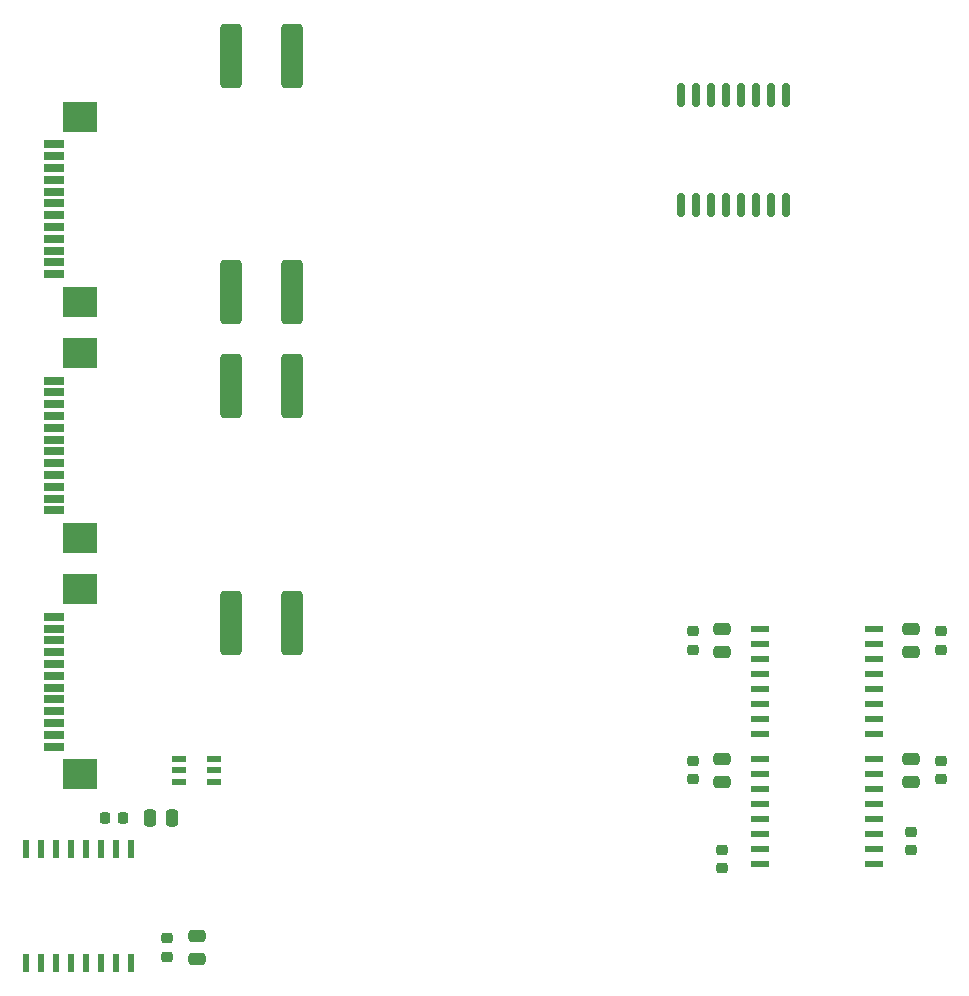
<source format=gbr>
%TF.GenerationSoftware,KiCad,Pcbnew,9.0.2*%
%TF.CreationDate,2025-06-12T16:19:25+03:00*%
%TF.ProjectId,PMCPU-LLP,504d4350-552d-44c4-9c50-2e6b69636164,rev?*%
%TF.SameCoordinates,Original*%
%TF.FileFunction,Paste,Top*%
%TF.FilePolarity,Positive*%
%FSLAX46Y46*%
G04 Gerber Fmt 4.6, Leading zero omitted, Abs format (unit mm)*
G04 Created by KiCad (PCBNEW 9.0.2) date 2025-06-12 16:19:25*
%MOMM*%
%LPD*%
G01*
G04 APERTURE LIST*
G04 Aperture macros list*
%AMRoundRect*
0 Rectangle with rounded corners*
0 $1 Rounding radius*
0 $2 $3 $4 $5 $6 $7 $8 $9 X,Y pos of 4 corners*
0 Add a 4 corners polygon primitive as box body*
4,1,4,$2,$3,$4,$5,$6,$7,$8,$9,$2,$3,0*
0 Add four circle primitives for the rounded corners*
1,1,$1+$1,$2,$3*
1,1,$1+$1,$4,$5*
1,1,$1+$1,$6,$7*
1,1,$1+$1,$8,$9*
0 Add four rect primitives between the rounded corners*
20,1,$1+$1,$2,$3,$4,$5,0*
20,1,$1+$1,$4,$5,$6,$7,0*
20,1,$1+$1,$6,$7,$8,$9,0*
20,1,$1+$1,$8,$9,$2,$3,0*%
G04 Aperture macros list end*
%ADD10R,1.181100X0.558800*%
%ADD11RoundRect,0.250000X-0.475000X0.250000X-0.475000X-0.250000X0.475000X-0.250000X0.475000X0.250000X0*%
%ADD12RoundRect,0.225000X-0.250000X0.225000X-0.250000X-0.225000X0.250000X-0.225000X0.250000X0.225000X0*%
%ADD13RoundRect,0.250000X-0.650000X-2.450000X0.650000X-2.450000X0.650000X2.450000X-0.650000X2.450000X0*%
%ADD14R,1.549400X0.482600*%
%ADD15R,0.482600X1.549400*%
%ADD16R,1.803400X0.635000*%
%ADD17R,2.997200X2.590800*%
%ADD18RoundRect,0.250000X0.475000X-0.250000X0.475000X0.250000X-0.475000X0.250000X-0.475000X-0.250000X0*%
%ADD19RoundRect,0.250000X-0.250000X-0.475000X0.250000X-0.475000X0.250000X0.475000X-0.250000X0.475000X0*%
%ADD20RoundRect,0.225000X0.250000X-0.225000X0.250000X0.225000X-0.250000X0.225000X-0.250000X-0.225000X0*%
%ADD21RoundRect,0.150000X0.150000X-0.875000X0.150000X0.875000X-0.150000X0.875000X-0.150000X-0.875000X0*%
%ADD22RoundRect,0.225000X0.225000X0.250000X-0.225000X0.250000X-0.225000X-0.250000X0.225000X-0.250000X0*%
G04 APERTURE END LIST*
D10*
%TO.C,U7*%
X-23033150Y-18450001D03*
X-23033150Y-17500000D03*
X-23033150Y-16549999D03*
X-25966850Y-16549999D03*
X-25966850Y-17500000D03*
X-25966850Y-18450001D03*
%TD*%
D11*
%TO.C,C4*%
X36000000Y-16550000D03*
X36000000Y-18450000D03*
%TD*%
D12*
%TO.C,C8*%
X36000000Y-22705000D03*
X36000000Y-24255000D03*
%TD*%
D13*
%TO.C,C3*%
X-21550000Y15000000D03*
X-16450000Y15000000D03*
%TD*%
D12*
%TO.C,C7*%
X38500000Y-16725000D03*
X38500000Y-18275000D03*
%TD*%
%TO.C,C15*%
X20000000Y-24225000D03*
X20000000Y-25775000D03*
%TD*%
D11*
%TO.C,C13*%
X20000000Y-16550000D03*
X20000000Y-18450000D03*
%TD*%
D13*
%TO.C,C6*%
X-21550000Y43000000D03*
X-16450000Y43000000D03*
%TD*%
D14*
%TO.C,U5*%
X23174000Y-16555000D03*
X23174000Y-17825000D03*
X23174000Y-19095000D03*
X23174000Y-20365000D03*
X23174000Y-21635000D03*
X23174000Y-22905000D03*
X23174000Y-24175000D03*
X23174000Y-25445000D03*
X32826000Y-25445000D03*
X32826000Y-24175000D03*
X32826000Y-22905000D03*
X32826000Y-21635000D03*
X32826000Y-20365000D03*
X32826000Y-19095000D03*
X32826000Y-17825000D03*
X32826000Y-16555000D03*
%TD*%
D15*
%TO.C,U4*%
X-30055000Y-24174000D03*
X-31325000Y-24174000D03*
X-32595000Y-24174000D03*
X-33865000Y-24174000D03*
X-35135000Y-24174000D03*
X-36405000Y-24174000D03*
X-37675000Y-24174000D03*
X-38945000Y-24174000D03*
X-38945000Y-33826000D03*
X-37675000Y-33826000D03*
X-36405000Y-33826000D03*
X-35135000Y-33826000D03*
X-33865000Y-33826000D03*
X-32595000Y-33826000D03*
X-31325000Y-33826000D03*
X-30055000Y-33826000D03*
%TD*%
D16*
%TO.C,J12*%
X-36556000Y4500008D03*
X-36556000Y5500006D03*
X-36556000Y6500004D03*
X-36556000Y7500002D03*
X-36556000Y8500000D03*
X-36556000Y9500000D03*
X-36556000Y10500000D03*
X-36556000Y11500000D03*
X-36556000Y12499998D03*
X-36556000Y13499996D03*
X-36556000Y14499994D03*
X-36556000Y15499992D03*
D17*
X-34385999Y2149997D03*
X-34385999Y17850003D03*
%TD*%
D16*
%TO.C,J7*%
X-36556000Y-15499992D03*
X-36556000Y-14499994D03*
X-36556000Y-13499996D03*
X-36556000Y-12499998D03*
X-36556000Y-11500000D03*
X-36556000Y-10500000D03*
X-36556000Y-9500000D03*
X-36556000Y-8500000D03*
X-36556000Y-7500002D03*
X-36556000Y-6500004D03*
X-36556000Y-5500006D03*
X-36556000Y-4500008D03*
D17*
X-34385999Y-17850003D03*
X-34385999Y-2149997D03*
%TD*%
D18*
%TO.C,C10*%
X-24500000Y-33450000D03*
X-24500000Y-31550000D03*
%TD*%
D19*
%TO.C,C12*%
X-28450000Y-21500000D03*
X-26550000Y-21500000D03*
%TD*%
D11*
%TO.C,C19*%
X20000000Y-5550000D03*
X20000000Y-7450000D03*
%TD*%
D20*
%TO.C,C9*%
X-27000000Y-33275000D03*
X-27000000Y-31725000D03*
%TD*%
D13*
%TO.C,C5*%
X-21550000Y23000000D03*
X-16450000Y23000000D03*
%TD*%
D11*
%TO.C,C17*%
X36000000Y-5550000D03*
X36000000Y-7450000D03*
%TD*%
D13*
%TO.C,C2*%
X-21550000Y-5000000D03*
X-16450000Y-5000000D03*
%TD*%
D12*
%TO.C,C18*%
X17500000Y-5725000D03*
X17500000Y-7275000D03*
%TD*%
D14*
%TO.C,U8*%
X23174000Y-5555000D03*
X23174000Y-6825000D03*
X23174000Y-8095000D03*
X23174000Y-9365000D03*
X23174000Y-10635000D03*
X23174000Y-11905000D03*
X23174000Y-13175000D03*
X23174000Y-14445000D03*
X32826000Y-14445000D03*
X32826000Y-13175000D03*
X32826000Y-11905000D03*
X32826000Y-10635000D03*
X32826000Y-9365000D03*
X32826000Y-8095000D03*
X32826000Y-6825000D03*
X32826000Y-5555000D03*
%TD*%
D21*
%TO.C,U6*%
X16555000Y30350000D03*
X17825000Y30350000D03*
X19095000Y30350000D03*
X20365000Y30350000D03*
X21635000Y30350000D03*
X22905000Y30350000D03*
X24175000Y30350000D03*
X25445000Y30350000D03*
X25445000Y39650000D03*
X24175000Y39650000D03*
X22905000Y39650000D03*
X21635000Y39650000D03*
X20365000Y39650000D03*
X19095000Y39650000D03*
X17825000Y39650000D03*
X16555000Y39650000D03*
%TD*%
D12*
%TO.C,C14*%
X17500000Y-16725000D03*
X17500000Y-18275000D03*
%TD*%
D16*
%TO.C,J2*%
X-36556000Y24500008D03*
X-36556000Y25500006D03*
X-36556000Y26500004D03*
X-36556000Y27500002D03*
X-36556000Y28500000D03*
X-36556000Y29500000D03*
X-36556000Y30500000D03*
X-36556000Y31500000D03*
X-36556000Y32499998D03*
X-36556000Y33499996D03*
X-36556000Y34499994D03*
X-36556000Y35499992D03*
D17*
X-34385999Y22149997D03*
X-34385999Y37850003D03*
%TD*%
D22*
%TO.C,C11*%
X-30725000Y-21500000D03*
X-32275000Y-21500000D03*
%TD*%
D12*
%TO.C,C16*%
X38500000Y-5725000D03*
X38500000Y-7275000D03*
%TD*%
M02*

</source>
